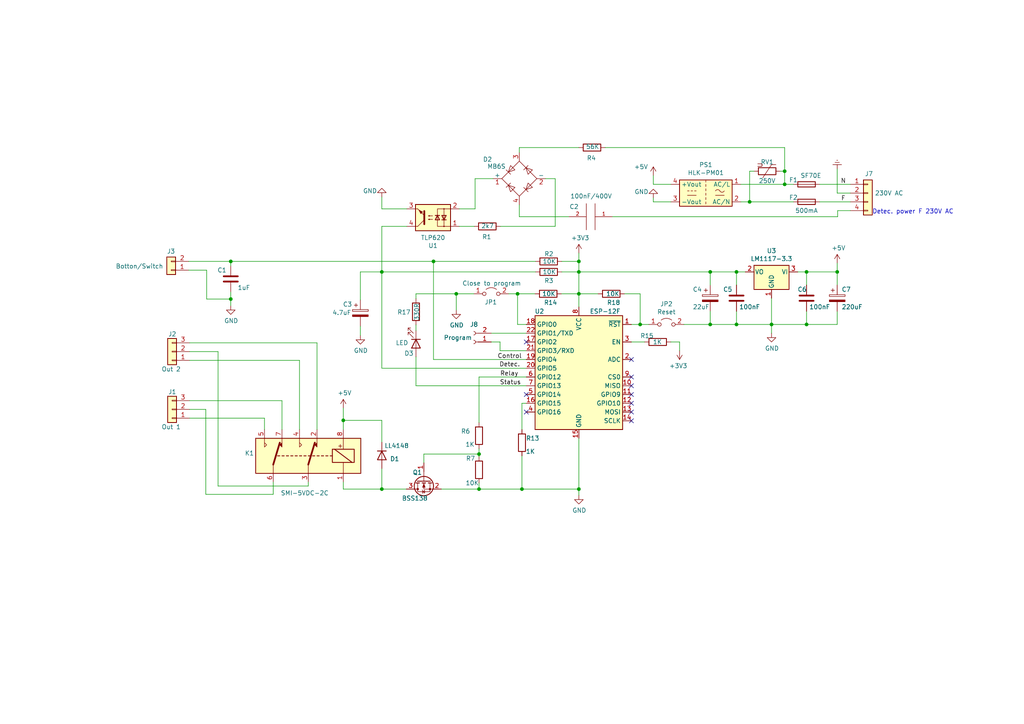
<source format=kicad_sch>
(kicad_sch (version 20200714) (host eeschema "5.99.0-unknown-a61ea1f~102~ubuntu18.04.1")
  (page 1 1)
  (paper "A4")
  (title_block (title "switch") (date "2020-07-29") (company "Radioelf"))
  (lib_symbols
    (symbol "Connector:Conn_01x02_Female" (pin_names hide)
      (property "Reference" "J" (at 0 2.54 0))
      (property "Value" "Conn_01x02_Female" (at 0 -5.08 0))
      (symbol "Conn_01x02_Female_1_1"
        (arc (start 0 -2.032) (end 0 -3.048) (radius (at 0 -2.54) (length 0.508) (angles 90.1 -90.1)))
        (arc (start 0 0.508) (end 0 -0.508) (radius (at 0 0) (length 0.508) (angles 90.1 -90.1)))
        (polyline (pts (xy -1.27 -2.54) (xy -0.508 -2.54)))
        (polyline (pts (xy -1.27 0) (xy -0.508 0)))
        (pin passive line (at -5.08 0 0) (length 3.81) (name "Pin_1") (number "1"))
        (pin passive line (at -5.08 -2.54 0) (length 3.81) (name "Pin_2") (number "2"))
      )
    )
    (symbol "Connector_Generic:Conn_01x02" (pin_names hide)
      (property "Reference" "J" (at 0 2.54 0))
      (property "Value" "Conn_01x02" (at 0 -5.08 0))
      (symbol "Conn_01x02_1_1"
        (rectangle (start -1.27 -2.413) (end 0 -2.667))
        (rectangle (start -1.27 0.127) (end 0 -0.127))
        (rectangle (start -1.27 1.27) (end 1.27 -3.81) (stroke (width 0.254)) (fill (type background)))
        (pin passive line (at -5.08 0 0) (length 3.81) (name "Pin_1") (number "1"))
        (pin passive line (at -5.08 -2.54 0) (length 3.81) (name "Pin_2") (number "2"))
      )
    )
    (symbol "Connector_Generic:Conn_01x03" (pin_names hide)
      (property "Reference" "J" (at 0 5.08 0))
      (property "Value" "Conn_01x03" (at 0 -5.08 0))
      (symbol "Conn_01x03_1_1"
        (rectangle (start -1.27 -2.413) (end 0 -2.667))
        (rectangle (start -1.27 2.667) (end 0 2.413))
        (rectangle (start -1.27 3.81) (end 1.27 -3.81) (stroke (width 0.254)) (fill (type background)))
        (rectangle (start -1.27 0.127) (end 0 -0.127))
        (pin passive line (at -5.08 2.54 0) (length 3.81) (name "Pin_1") (number "1"))
        (pin passive line (at -5.08 0 0) (length 3.81) (name "Pin_2") (number "2"))
        (pin passive line (at -5.08 -2.54 0) (length 3.81) (name "Pin_3") (number "3"))
      )
    )
    (symbol "Connector_Generic:Conn_01x04" (pin_names hide)
      (property "Reference" "J" (at 0 5.08 0))
      (property "Value" "Conn_01x04" (at 0 -7.62 0))
      (symbol "Conn_01x04_1_1"
        (rectangle (start -1.27 -4.953) (end 0 -5.207))
        (rectangle (start -1.27 -2.413) (end 0 -2.667))
        (rectangle (start -1.27 2.667) (end 0 2.413))
        (rectangle (start -1.27 3.81) (end 1.27 -6.35) (stroke (width 0.254)) (fill (type background)))
        (rectangle (start -1.27 0.127) (end 0 -0.127))
        (pin passive line (at -5.08 2.54 0) (length 3.81) (name "Pin_1") (number "1"))
        (pin passive line (at -5.08 0 0) (length 3.81) (name "Pin_2") (number "2"))
        (pin passive line (at -5.08 -2.54 0) (length 3.81) (name "Pin_3") (number "3"))
        (pin passive line (at -5.08 -5.08 0) (length 3.81) (name "Pin_4") (number "4"))
      )
    )
    (symbol "Converter_ACDC:HLK-PM01" (pin_names (offset 0.508))
      (property "Reference" "PS" (at 0 5.08 0))
      (property "Value" "HLK-PM01" (at 0 -5.08 0))
      (symbol "HLK-PM01_0_1"
        (arc (start -5.334 0.635) (end -4.064 0.635) (radius (at -4.699 0.9652) (length 0.7112) (angles -152.5 -27.5)))
        (arc (start -2.794 0.635) (end -4.064 0.635) (radius (at -3.429 0.2794) (length 0.7366) (angles 29.2 150.8)))
        (rectangle (start -7.62 3.81) (end 7.62 -3.81) (stroke (width 0.254)) (fill (type background)))
        (polyline (pts (xy -5.334 -0.635) (xy -2.794 -0.635)))
        (polyline (pts (xy 0 -2.54) (xy 0 -3.175)))
        (polyline (pts (xy 0 -1.27) (xy 0 -1.905)))
        (polyline (pts (xy 0 0) (xy 0 -0.635)))
        (polyline (pts (xy 0 1.27) (xy 0 0.635)))
        (polyline (pts (xy 0 2.54) (xy 0 1.905)))
        (polyline (pts (xy 0 3.81) (xy 0 3.175)))
        (polyline (pts (xy 2.794 -0.635) (xy 5.334 -0.635)))
        (polyline (pts (xy 2.794 0.635) (xy 3.302 0.635)))
        (polyline (pts (xy 3.81 0.635) (xy 4.318 0.635)))
        (polyline (pts (xy 4.826 0.635) (xy 5.334 0.635)))
      )
      (symbol "HLK-PM01_1_1"
        (pin power_in line (at -10.16 2.54 0) (length 2.54) (name "AC/L") (number "1"))
        (pin power_in line (at -10.16 -2.54 0) (length 2.54) (name "AC/N") (number "2"))
        (pin power_out line (at 10.16 -2.54 180) (length 2.54) (name "-Vout") (number "3"))
        (pin power_out line (at 10.16 2.54 180) (length 2.54) (name "+Vout") (number "4"))
      )
    )
    (symbol "Device:C" (pin_numbers hide) (pin_names (offset 0.254))
      (property "Reference" "C" (at 0.635 2.54 0))
      (property "Value" "C" (at 0.635 -2.54 0))
      (symbol "C_0_1"
        (polyline (pts (xy -2.032 -0.762) (xy 2.032 -0.762)) (stroke (width 0.508)))
        (polyline (pts (xy -2.032 0.762) (xy 2.032 0.762)) (stroke (width 0.508)))
      )
      (symbol "C_1_1"
        (pin passive line (at 0 3.81 270) (length 2.794) (name "~") (number "1"))
        (pin passive line (at 0 -3.81 90) (length 2.794) (name "~") (number "2"))
      )
    )
    (symbol "Device:CP" (pin_numbers hide) (pin_names (offset 0.254))
      (property "Reference" "C" (at 0.635 2.54 0))
      (property "Value" "CP" (at 0.635 -2.54 0))
      (symbol "CP_0_1"
        (rectangle (start -2.286 0.508) (end 2.286 1.016))
        (rectangle (start 2.286 -0.508) (end -2.286 -1.016) (fill (type outline)))
        (polyline (pts (xy -1.778 2.286) (xy -0.762 2.286)))
        (polyline (pts (xy -1.27 2.794) (xy -1.27 1.778)))
      )
      (symbol "CP_1_1"
        (pin passive line (at 0 3.81 270) (length 2.794) (name "~") (number "1"))
        (pin passive line (at 0 -3.81 90) (length 2.794) (name "~") (number "2"))
      )
    )
    (symbol "Device:CP_1" (pin_numbers hide) (pin_names (offset 0.254))
      (property "Reference" "C" (at 0.635 2.54 0))
      (property "Value" "CP" (at 0.635 -2.54 0))
      (symbol "CP_1_0_1"
        (rectangle (start -2.286 0.508) (end 2.286 1.016))
        (rectangle (start 2.286 -0.508) (end -2.286 -1.016) (fill (type outline)))
        (polyline (pts (xy -1.778 2.286) (xy -0.762 2.286)))
        (polyline (pts (xy -1.27 2.794) (xy -1.27 1.778)))
      )
      (symbol "CP_1_1_1"
        (pin passive line (at 0 3.81 270) (length 2.794) (name "~") (number "1"))
        (pin passive line (at 0 -3.81 90) (length 2.794) (name "~") (number "2"))
      )
    )
    (symbol "Device:Fuse" (pin_numbers hide) (pin_names (offset 0))
      (property "Reference" "F" (at 2.032 0 90))
      (property "Value" "Fuse" (at -1.905 0 90))
      (symbol "Fuse_0_1"
        (rectangle (start -0.762 -2.54) (end 0.762 2.54) (stroke (width 0.254)))
        (polyline (pts (xy 0 2.54) (xy 0 -2.54)))
      )
      (symbol "Fuse_1_1"
        (pin passive line (at 0 3.81 270) (length 1.27) (name "~") (number "1"))
        (pin passive line (at 0 -3.81 90) (length 1.27) (name "~") (number "2"))
      )
    )
    (symbol "Device:Fuse_1" (pin_numbers hide) (pin_names (offset 0))
      (property "Reference" "F" (at 2.032 0 90))
      (property "Value" "Fuse" (at -1.905 0 90))
      (symbol "Fuse_1_0_1"
        (rectangle (start -0.762 -2.54) (end 0.762 2.54) (stroke (width 0.254)))
        (polyline (pts (xy 0 2.54) (xy 0 -2.54)))
      )
      (symbol "Fuse_1_1_1"
        (pin passive line (at 0 3.81 270) (length 1.27) (name "~") (number "1"))
        (pin passive line (at 0 -3.81 90) (length 1.27) (name "~") (number "2"))
      )
    )
    (symbol "Device:LED" (pin_numbers hide) (pin_names hide)
      (property "Reference" "D" (at 0 2.54 0))
      (property "Value" "LED" (at 0 -2.54 0))
      (symbol "LED_0_1"
        (polyline (pts (xy -1.27 -1.27) (xy -1.27 1.27)) (stroke (width 0.254)))
        (polyline (pts (xy -1.27 0) (xy 1.27 0)))
        (polyline (pts (xy 1.27 -1.27) (xy 1.27 1.27) (xy -1.27 0) (xy 1.27 -1.27)) (stroke (width 0.254)))
        (polyline (pts (xy -3.048 -0.762) (xy -4.572 -2.286) (xy -3.81 -2.286) (xy -4.572 -2.286) (xy -4.572 -1.524)))
        (polyline (pts (xy -1.778 -0.762) (xy -3.302 -2.286) (xy -2.54 -2.286) (xy -3.302 -2.286) (xy -3.302 -1.524)))
      )
      (symbol "LED_1_1"
        (pin passive line (at -3.81 0 0) (length 2.54) (name "K") (number "1"))
        (pin passive line (at 3.81 0 180) (length 2.54) (name "A") (number "2"))
      )
    )
    (symbol "Device:R" (pin_numbers hide) (pin_names (offset 0))
      (property "Reference" "R" (at 2.032 0 90))
      (property "Value" "R" (at 0 0 90))
      (symbol "R_0_1"
        (rectangle (start -1.016 -2.54) (end 1.016 2.54) (stroke (width 0.254)))
      )
      (symbol "R_1_1"
        (pin passive line (at 0 3.81 270) (length 1.27) (name "~") (number "1"))
        (pin passive line (at 0 -3.81 90) (length 1.27) (name "~") (number "2"))
      )
    )
    (symbol "Device:Varistor" (pin_numbers hide) (pin_names (offset 0))
      (property "Reference" "RV" (at 3.175 0 90))
      (property "Value" "Varistor" (at -3.175 0 90))
      (symbol "Varistor_0_0"
        (text "U" (at -1.778 -2.032 0) (effects (font (size 1.27 1.27))))
      )
      (symbol "Varistor_0_1"
        (rectangle (start -1.016 -2.54) (end 1.016 2.54) (stroke (width 0.254)))
        (polyline (pts (xy -1.905 2.54) (xy -1.905 1.27) (xy 1.905 -1.27)))
      )
      (symbol "Varistor_1_1"
        (pin passive line (at 0 3.81 270) (length 1.27) (name "~") (number "1"))
        (pin passive line (at 0 -3.81 90) (length 1.27) (name "~") (number "2"))
      )
    )
    (symbol "Diode:LL4148" (pin_numbers hide) (pin_names hide)
      (property "Reference" "D" (at 0 2.54 0))
      (property "Value" "LL4148" (at 0 -2.54 0))
      (symbol "LL4148_0_1"
        (polyline (pts (xy -1.27 1.27) (xy -1.27 -1.27)) (stroke (width 0.254)))
        (polyline (pts (xy 1.27 0) (xy -1.27 0)))
        (polyline (pts (xy 1.27 1.27) (xy 1.27 -1.27) (xy -1.27 0) (xy 1.27 1.27)) (stroke (width 0.254)))
      )
      (symbol "LL4148_1_1"
        (pin passive line (at -3.81 0 0) (length 2.54) (name "K") (number "1"))
        (pin passive line (at 3.81 0 180) (length 2.54) (name "A") (number "2"))
      )
    )
    (symbol "Diode_Bridge:ABS10" (pin_names (offset 0))
      (property "Reference" "D" (at 2.54 6.985 0))
      (property "Value" "ABS10" (at 2.54 5.08 0))
      (symbol "ABS10_0_1"
        (polyline (pts (xy -2.54 3.81) (xy -1.27 2.54)))
        (polyline (pts (xy -1.27 -2.54) (xy -2.54 -3.81)))
        (polyline (pts (xy 2.54 -1.27) (xy 3.81 -2.54)))
        (polyline (pts (xy 2.54 1.27) (xy 3.81 2.54)))
        (polyline (pts (xy -3.81 2.54) (xy -2.54 1.27) (xy -1.905 3.175) (xy -3.81 2.54)))
        (polyline (pts (xy -2.54 -1.27) (xy -3.81 -2.54) (xy -1.905 -3.175) (xy -2.54 -1.27)))
        (polyline (pts (xy 1.27 2.54) (xy 2.54 3.81) (xy 3.175 1.905) (xy 1.27 2.54)))
        (polyline (pts (xy 3.175 -1.905) (xy 1.27 -2.54) (xy 2.54 -3.81) (xy 3.175 -1.905)))
        (polyline (pts (xy -5.08 0) (xy 0 -5.08) (xy 5.08 0) (xy 0 5.08) (xy -5.08 0)))
      )
      (symbol "ABS10_1_1"
        (pin passive line (at 7.62 0 180) (length 2.54) (name "+") (number "1"))
        (pin passive line (at -7.62 0 0) (length 2.54) (name "-") (number "2"))
        (pin passive line (at 0 -7.62 90) (length 2.54) (name "~~") (number "3"))
        (pin passive line (at 0 7.62 270) (length 2.54) (name "~~") (number "4"))
      )
    )
    (symbol "Isolator:TLP290"
      (property "Reference" "U" (at -5.08 5.08 0))
      (property "Value" "TLP290" (at 0 5.08 0))
      (symbol "TLP290_0_1"
        (circle (center -3.175 -2.54) (radius 0.127))
        (circle (center -3.175 2.54) (radius 0.127))
        (rectangle (start -5.08 3.81) (end 5.08 -3.81) (stroke (width 0.254)) (fill (type background)))
        (polyline (pts (xy -3.81 0.635) (xy -2.54 0.635)) (stroke (width 0.254)))
        (polyline (pts (xy -3.175 -0.635) (xy -3.175 -2.54)))
        (polyline (pts (xy -3.175 -0.635) (xy -3.175 2.54)))
        (polyline (pts (xy -1.905 -0.635) (xy -0.635 -0.635)) (stroke (width 0.254)))
        (polyline (pts (xy 2.54 0.635) (xy 4.445 2.54)))
        (polyline (pts (xy 4.445 -2.54) (xy 2.54 -0.635)) (fill (type outline)))
        (polyline (pts (xy 4.445 -2.54) (xy 5.08 -2.54)))
        (polyline (pts (xy 4.445 2.54) (xy 5.08 2.54)))
        (polyline (pts (xy -5.08 2.54) (xy -1.27 2.54) (xy -1.27 -0.635)))
        (polyline (pts (xy -1.27 -0.635) (xy -1.27 -2.54) (xy -5.08 -2.54)))
        (polyline (pts (xy 2.54 1.905) (xy 2.54 -1.905) (xy 2.54 -1.905)) (stroke (width 0.508)))
        (polyline (pts (xy -3.175 0.635) (xy -3.81 -0.635) (xy -2.54 -0.635) (xy -3.175 0.635)) (stroke (width 0.254)))
        (polyline (pts (xy -1.27 -0.635) (xy -1.905 0.635) (xy -0.635 0.635) (xy -1.27 -0.635)) (stroke (width 0.254)))
        (polyline (pts (xy 0.127 -0.508) (xy 1.397 -0.508) (xy 1.016 -0.635) (xy 1.016 -0.381) (xy 1.397 -0.508)))
        (polyline (pts (xy 0.127 0.508) (xy 1.397 0.508) (xy 1.016 0.381) (xy 1.016 0.635) (xy 1.397 0.508)))
        (polyline (pts (xy 3.048 -1.651) (xy 3.556 -1.143) (xy 4.064 -2.159) (xy 3.048 -1.651) (xy 3.048 -1.651)) (fill (type outline)))
      )
      (symbol "TLP290_1_1"
        (pin passive line (at -7.62 2.54 0) (length 2.54) (name "~") (number "1"))
        (pin passive line (at -7.62 -2.54 0) (length 2.54) (name "~") (number "2"))
        (pin passive line (at 7.62 -2.54 180) (length 2.54) (name "~") (number "3"))
        (pin passive line (at 7.62 2.54 180) (length 2.54) (name "~") (number "4"))
      )
    )
    (symbol "Jumper:Jumper_2_Open" (pin_names (offset 0) hide)
      (property "Reference" "JP" (at 0 2.794 0))
      (property "Value" "Jumper_2_Open" (at 0 -2.286 0))
      (symbol "Jumper_2_Open_0_1"
        (arc (start -1.524 1.27) (end 1.524 1.27) (radius (at 0 -0.762) (length 2.54) (angles 126.9 53.1)))
      )
      (symbol "Jumper_2_Open_0_0"
        (circle (center -2.032 0) (radius 0.508))
        (circle (center 2.032 0) (radius 0.508))
      )
      (symbol "Jumper_2_Open_1_1"
        (pin passive line (at -5.08 0 0) (length 2.54) (name "A") (number "1"))
        (pin passive line (at 5.08 0 180) (length 2.54) (name "B") (number "2"))
      )
    )
    (symbol "RF_Module:ESP-12F" (pin_names (offset 0.508))
      (property "Reference" "U" (at -12.7 19.05 0))
      (property "Value" "ESP-12F" (at 12.7 19.05 0))
      (symbol "ESP-12F_0_1"
        (rectangle (start -12.7 17.78) (end 12.7 -15.24) (stroke (width 0.254)) (fill (type background)))
      )
      (symbol "ESP-12F_1_1"
        (pin input line (at -15.24 15.24 0) (length 2.54) (name "~RST") (number "1"))
        (pin bidirectional line (at -15.24 -2.54 0) (length 2.54) (name "MISO") (number "10"))
        (pin bidirectional line (at -15.24 -5.08 0) (length 2.54) (name "GPIO9") (number "11"))
        (pin bidirectional line (at -15.24 -7.62 0) (length 2.54) (name "GPIO10") (number "12"))
        (pin bidirectional line (at -15.24 -10.16 0) (length 2.54) (name "MOSI") (number "13"))
        (pin bidirectional line (at -15.24 -12.7 0) (length 2.54) (name "SCLK") (number "14"))
        (pin power_in line (at 0 -17.78 90) (length 2.54) (name "GND") (number "15"))
        (pin bidirectional line (at 15.24 -7.62 180) (length 2.54) (name "GPIO15") (number "16"))
        (pin bidirectional line (at 15.24 10.16 180) (length 2.54) (name "GPIO2") (number "17"))
        (pin bidirectional line (at 15.24 15.24 180) (length 2.54) (name "GPIO0") (number "18"))
        (pin bidirectional line (at 15.24 5.08 180) (length 2.54) (name "GPIO4") (number "19"))
        (pin input line (at -15.24 5.08 0) (length 2.54) (name "ADC") (number "2"))
        (pin bidirectional line (at 15.24 2.54 180) (length 2.54) (name "GPIO5") (number "20"))
        (pin bidirectional line (at 15.24 7.62 180) (length 2.54) (name "GPIO3/RXD") (number "21"))
        (pin bidirectional line (at 15.24 12.7 180) (length 2.54) (name "GPIO1/TXD") (number "22"))
        (pin input line (at -15.24 10.16 0) (length 2.54) (name "EN") (number "3"))
        (pin bidirectional line (at 15.24 -10.16 180) (length 2.54) (name "GPIO16") (number "4"))
        (pin bidirectional line (at 15.24 -5.08 180) (length 2.54) (name "GPIO14") (number "5"))
        (pin bidirectional line (at 15.24 0 180) (length 2.54) (name "GPIO12") (number "6"))
        (pin bidirectional line (at 15.24 -2.54 180) (length 2.54) (name "GPIO13") (number "7"))
        (pin power_in line (at 0 20.32 270) (length 2.54) (name "VCC") (number "8"))
        (pin input line (at -15.24 0 0) (length 2.54) (name "CS0") (number "9"))
      )
    )
    (symbol "Regulator_Linear:LM1117-3.3" (pin_names (offset 0.254))
      (property "Reference" "U" (at -3.81 3.175 0))
      (property "Value" "LM1117-3.3" (at 0 3.175 0))
      (symbol "LM1117-3.3_0_1"
        (rectangle (start -5.08 -5.08) (end 5.08 1.905) (stroke (width 0.254)) (fill (type background)))
      )
      (symbol "LM1117-3.3_1_1"
        (pin power_in line (at 0 -7.62 90) (length 2.54) (name "GND") (number "1"))
        (pin power_out line (at 7.62 0 180) (length 2.54) (name "VO") (number "2"))
        (pin power_in line (at -7.62 0 0) (length 2.54) (name "VI") (number "3"))
      )
    )
    (symbol "Relay:EC2-3NU_mod" (pin_names (offset 0.508))
      (property "Reference" "K" (at 15.24 8.89 0))
      (property "Value" "EC2-3NU_mod" (at 21.5646 6.7056 0))
      (symbol "EC2-3NU_mod_1_1"
        (text "+" (at -9.271 2.921 0) (effects (font (size 1.27 1.27))))
        (rectangle (start -13.335 1.905) (end -6.985 -1.905) (stroke (width 0.254)))
        (rectangle (start -15.24 5.08) (end 15.24 -5.08) (stroke (width 0.254)) (fill (type background)))
        (polyline (pts (xy -12.7 -1.905) (xy -7.62 1.905)) (stroke (width 0.254)))
        (polyline (pts (xy -10.16 -5.08) (xy -10.16 -1.905)))
        (polyline (pts (xy -10.16 5.08) (xy -10.16 1.905)))
        (polyline (pts (xy -6.985 0) (xy -6.35 0)) (stroke (width 0.254)))
        (polyline (pts (xy -5.715 0) (xy -5.08 0)) (stroke (width 0.254)))
        (polyline (pts (xy -4.445 0) (xy -3.81 0)) (stroke (width 0.254)))
        (polyline (pts (xy -3.175 0) (xy -2.54 0)) (stroke (width 0.254)))
        (polyline (pts (xy -1.905 0) (xy -1.27 0)) (stroke (width 0.254)))
        (polyline (pts (xy -0.635 0) (xy 0 0)) (stroke (width 0.254)))
        (polyline (pts (xy 0 -2.54) (xy -1.905 3.81)) (stroke (width 0.508)))
        (polyline (pts (xy 0 -2.54) (xy 0 -5.08)))
        (polyline (pts (xy 0.635 0) (xy 1.27 0)) (stroke (width 0.254)))
        (polyline (pts (xy 1.905 0) (xy 2.54 0)) (stroke (width 0.254)))
        (polyline (pts (xy 3.175 0) (xy 3.81 0)) (stroke (width 0.254)))
        (polyline (pts (xy 4.445 0) (xy 5.08 0)) (stroke (width 0.254)))
        (polyline (pts (xy 5.715 0) (xy 6.35 0)) (stroke (width 0.254)))
        (polyline (pts (xy 6.985 0) (xy 7.62 0)) (stroke (width 0.254)))
        (polyline (pts (xy 8.255 0) (xy 8.89 0)) (stroke (width 0.254)))
        (polyline (pts (xy 10.16 -2.54) (xy 8.255 3.81)) (stroke (width 0.508)))
        (polyline (pts (xy 10.16 -2.54) (xy 10.16 -5.08)))
        (polyline (pts (xy 2.54 5.08) (xy 2.54 2.54) (xy 1.905 3.175) (xy 2.54 3.81)))
        (polyline (pts (xy 12.7 5.08) (xy 12.7 2.54) (xy 12.065 3.175) (xy 12.7 3.81)))
        (polyline (pts (xy -2.54 5.08) (xy -2.54 2.54) (xy -1.905 3.175) (xy -2.54 3.81)) (fill (type outline)))
        (polyline (pts (xy 7.62 5.08) (xy 7.62 2.54) (xy 8.255 3.175) (xy 7.62 3.81)) (fill (type outline)))
        (pin passive line (at -10.16 -7.62 90) (length 2.54) (name "~") (number "1"))
        (pin passive line (at -2.54 7.62 270) (length 2.54) (name "~") (number "2"))
        (pin passive line (at 0 -7.62 90) (length 2.54) (name "~") (number "3"))
        (pin passive line (at 2.54 7.62 270) (length 2.54) (name "~") (number "4"))
        (pin passive line (at 12.7 7.62 270) (length 2.54) (name "~") (number "5"))
        (pin passive line (at 10.16 -7.62 90) (length 2.54) (name "~") (number "6"))
        (pin passive line (at 7.62 7.62 270) (length 2.54) (name "~") (number "7"))
        (pin passive line (at -10.16 7.62 270) (length 2.54) (name "~") (number "8"))
      )
    )
    (symbol "Transistor_FET:2N7002" (pin_names (offset 0.508) hide)
      (property "Reference" "Q" (at 5.08 1.905 0))
      (property "Value" "2N7002" (at 5.08 0 0))
      (symbol "2N7002_0_1"
        (circle (center 1.651 0) (radius 2.794) (stroke (width 0.254)))
        (circle (center 2.54 -1.778) (radius 0.254) (fill (type outline)))
        (circle (center 2.54 1.778) (radius 0.254) (fill (type outline)))
        (polyline (pts (xy 0.254 0) (xy -2.54 0)))
        (polyline (pts (xy 0.254 1.905) (xy 0.254 -1.905)) (stroke (width 0.254)))
        (polyline (pts (xy 0.762 -1.27) (xy 0.762 -2.286)) (stroke (width 0.254)))
        (polyline (pts (xy 0.762 0.508) (xy 0.762 -0.508)) (stroke (width 0.254)))
        (polyline (pts (xy 0.762 2.286) (xy 0.762 1.27)) (stroke (width 0.254)))
        (polyline (pts (xy 2.54 2.54) (xy 2.54 1.778)))
        (polyline (pts (xy 2.54 -2.54) (xy 2.54 0) (xy 0.762 0)))
        (polyline (pts (xy 0.762 -1.778) (xy 3.302 -1.778) (xy 3.302 1.778) (xy 0.762 1.778)))
        (polyline (pts (xy 1.016 0) (xy 2.032 0.381) (xy 2.032 -0.381) (xy 1.016 0)) (fill (type outline)))
        (polyline (pts (xy 2.794 0.508) (xy 2.921 0.381) (xy 3.683 0.381) (xy 3.81 0.254)))
        (polyline (pts (xy 3.302 0.381) (xy 2.921 -0.254) (xy 3.683 -0.254) (xy 3.302 0.381)))
      )
      (symbol "2N7002_1_1"
        (pin input line (at -5.08 0 0) (length 2.54) (name "G") (number "1"))
        (pin passive line (at 2.54 -5.08 90) (length 2.54) (name "S") (number "2"))
        (pin passive line (at 2.54 5.08 270) (length 2.54) (name "D") (number "3"))
      )
    )
    (symbol "power:+3V3" (power) (pin_names (offset 0))
      (property "Value" "+3V3" (at 0 3.556 0))
      (symbol "+3V3_0_1"
        (polyline (pts (xy -0.762 1.27) (xy 0 2.54)))
        (polyline (pts (xy 0 0) (xy 0 2.54)))
        (polyline (pts (xy 0 2.54) (xy 0.762 1.27)))
      )
      (symbol "+3V3_1_1"
        (pin power_in line (at 0 0 90) (length 0) hide (name "+3V3") (number "1"))
      )
    )
    (symbol "power:+5V" (power) (pin_names (offset 0))
      (property "Value" "+5V" (at 0 3.556 0))
      (symbol "+5V_0_1"
        (polyline (pts (xy -0.762 1.27) (xy 0 2.54)))
        (polyline (pts (xy 0 0) (xy 0 2.54)))
        (polyline (pts (xy 0 2.54) (xy 0.762 1.27)))
      )
      (symbol "+5V_1_1"
        (pin power_in line (at 0 0 90) (length 0) hide (name "+5V") (number "1"))
      )
    )
    (symbol "power:Earth" (power) (pin_names (offset 0))
      (symbol "Earth_0_1"
        (polyline (pts (xy -0.635 -1.905) (xy 0.635 -1.905)))
        (polyline (pts (xy -0.127 -2.54) (xy 0.127 -2.54)))
        (polyline (pts (xy 0 -1.27) (xy 0 0)))
        (polyline (pts (xy 1.27 -1.27) (xy -1.27 -1.27)))
      )
      (symbol "Earth_1_1"
        (pin power_in line (at 0 0 270) (length 0) hide (name "Earth") (number "1"))
      )
    )
    (symbol "power:GND" (power) (pin_names (offset 0))
      (property "Value" "GND" (at 0 -3.81 0))
      (symbol "GND_0_1"
        (polyline (pts (xy 0 0) (xy 0 -1.27) (xy 1.27 -1.27) (xy 0 -2.54) (xy -1.27 -1.27) (xy 0 -1.27)))
      )
      (symbol "GND_1_1"
        (pin power_in line (at 0 0 270) (length 0) hide (name "GND") (number "1"))
      )
    )
    (symbol "pspice:CAP" (pin_names (offset 0.254))
      (property "Reference" "C" (at 2.54 3.81 90))
      (property "Value" "CAP" (at 2.54 -3.81 90))
      (symbol "CAP_0_1"
        (polyline (pts (xy -3.81 -1.27) (xy 3.81 -1.27)))
        (polyline (pts (xy -3.81 1.27) (xy 3.81 1.27)))
      )
      (symbol "CAP_1_1"
        (pin passive line (at 0 6.35 270) (length 5.08) (name "~") (number "1"))
        (pin passive line (at 0 -6.35 90) (length 5.08) (name "~") (number "2"))
      )
    )
  )
  (junction (at 66.929 75.819))
  (junction (at 66.929 86.741))
  (junction (at 99.568 121.92))
  (junction (at 110.744 78.867))
  (junction (at 110.744 141.859))
  (junction (at 125.73 75.819))
  (junction (at 132.334 85.217))
  (junction (at 138.938 131.699))
  (junction (at 138.938 141.859))
  (junction (at 150.114 85.217))
  (junction (at 151.384 141.859))
  (junction (at 167.894 75.819))
  (junction (at 167.894 78.867))
  (junction (at 167.894 85.217))
  (junction (at 167.894 141.859))
  (junction (at 185.674 94.107))
  (junction (at 205.994 78.867))
  (junction (at 205.994 94.107))
  (junction (at 213.614 78.867))
  (junction (at 213.614 94.107))
  (junction (at 217.424 58.547))
  (junction (at 223.774 94.107))
  (junction (at 227.584 49.657))
  (junction (at 227.584 53.467))
  (junction (at 233.934 78.867))
  (junction (at 233.934 94.107))
  (junction (at 242.824 78.867))
  (no_connect (at 152.654 114.427))
  (no_connect (at 183.134 109.347))
  (no_connect (at 183.134 116.967))
  (no_connect (at 183.134 122.047))
  (no_connect (at 183.134 114.427))
  (no_connect (at 183.134 119.507))
  (no_connect (at 183.134 104.267))
  (no_connect (at 183.134 111.887))
  (no_connect (at 152.654 119.507))
  (no_connect (at 152.654 99.187))
  (wire (pts (xy 54.737 75.819) (xy 66.929 75.819)))
  (wire (pts (xy 54.737 78.359) (xy 59.944 78.359)))
  (wire (pts (xy 54.991 101.981) (xy 63.246 101.981)))
  (wire (pts (xy 54.991 104.521) (xy 86.868 104.521)))
  (wire (pts (xy 54.991 121.285) (xy 76.708 121.285)))
  (wire (pts (xy 59.69 118.745) (xy 54.991 118.745)))
  (wire (pts (xy 59.69 143.383) (xy 59.69 118.745)))
  (wire (pts (xy 59.944 78.359) (xy 59.944 86.741)))
  (wire (pts (xy 59.944 86.741) (xy 66.929 86.741)))
  (wire (pts (xy 63.246 101.981) (xy 63.246 140.97)))
  (wire (pts (xy 63.246 140.97) (xy 89.408 140.97)))
  (wire (pts (xy 66.929 75.819) (xy 66.929 77.089)))
  (wire (pts (xy 66.929 75.819) (xy 125.73 75.819)))
  (wire (pts (xy 66.929 84.709) (xy 66.929 86.741)))
  (wire (pts (xy 66.929 86.741) (xy 66.929 88.646)))
  (wire (pts (xy 76.708 121.285) (xy 76.708 124.587)))
  (wire (pts (xy 79.248 139.827) (xy 79.248 143.383)))
  (wire (pts (xy 79.248 143.383) (xy 59.69 143.383)))
  (wire (pts (xy 81.788 116.205) (xy 54.991 116.205)))
  (wire (pts (xy 81.788 124.587) (xy 81.788 116.205)))
  (wire (pts (xy 86.868 104.521) (xy 86.868 124.587)))
  (wire (pts (xy 89.408 140.97) (xy 89.408 139.827)))
  (wire (pts (xy 91.948 99.441) (xy 54.991 99.441)))
  (wire (pts (xy 91.948 124.587) (xy 91.948 99.441)))
  (wire (pts (xy 99.568 118.364) (xy 99.568 121.92)))
  (wire (pts (xy 99.568 121.92) (xy 99.568 124.587)))
  (wire (pts (xy 99.568 141.859) (xy 99.568 139.827)))
  (wire (pts (xy 99.568 141.859) (xy 110.744 141.859)))
  (wire (pts (xy 104.521 78.867) (xy 104.521 86.995)))
  (wire (pts (xy 104.521 94.615) (xy 104.521 97.282)))
  (wire (pts (xy 110.744 60.579) (xy 110.744 57.15)))
  (wire (pts (xy 110.744 65.659) (xy 117.983 65.659)))
  (wire (pts (xy 110.744 78.867) (xy 104.521 78.867)))
  (wire (pts (xy 110.744 78.867) (xy 110.744 65.659)))
  (wire (pts (xy 110.744 78.867) (xy 155.321 78.867)))
  (wire (pts (xy 110.744 106.807) (xy 110.744 78.867)))
  (wire (pts (xy 110.744 106.807) (xy 152.654 106.807)))
  (wire (pts (xy 110.744 121.92) (xy 99.568 121.92)))
  (wire (pts (xy 110.744 128.27) (xy 110.744 121.92)))
  (wire (pts (xy 110.744 135.89) (xy 110.744 141.859)))
  (wire (pts (xy 110.744 141.859) (xy 117.856 141.859)))
  (wire (pts (xy 117.983 60.579) (xy 110.744 60.579)))
  (wire (pts (xy 120.65 85.217) (xy 120.65 86.614)))
  (wire (pts (xy 120.65 85.217) (xy 132.334 85.217)))
  (wire (pts (xy 120.65 94.234) (xy 120.65 95.885)))
  (wire (pts (xy 120.65 103.505) (xy 120.65 111.887)))
  (wire (pts (xy 122.936 131.699) (xy 122.936 134.239)))
  (wire (pts (xy 122.936 131.699) (xy 138.938 131.699)))
  (wire (pts (xy 125.73 75.819) (xy 155.321 75.819)))
  (wire (pts (xy 125.73 104.267) (xy 125.73 75.819)))
  (wire (pts (xy 132.334 85.217) (xy 132.334 89.916)))
  (wire (pts (xy 133.223 60.579) (xy 137.795 60.579)))
  (wire (pts (xy 137.414 85.217) (xy 132.334 85.217)))
  (wire (pts (xy 137.541 65.659) (xy 133.223 65.659)))
  (wire (pts (xy 137.795 51.816) (xy 143.002 51.816)))
  (wire (pts (xy 137.795 60.579) (xy 137.795 51.816)))
  (wire (pts (xy 138.938 109.347) (xy 138.938 122.555)))
  (wire (pts (xy 138.938 109.347) (xy 152.654 109.347)))
  (wire (pts (xy 138.938 130.175) (xy 138.938 131.699)))
  (wire (pts (xy 138.938 132.461) (xy 138.938 131.699)))
  (wire (pts (xy 138.938 140.081) (xy 138.938 141.859)))
  (wire (pts (xy 138.938 141.859) (xy 128.016 141.859)))
  (wire (pts (xy 138.938 141.859) (xy 151.384 141.859)))
  (wire (pts (xy 142.494 96.647) (xy 152.654 96.647)))
  (wire (pts (xy 142.494 99.187) (xy 145.034 99.187)))
  (wire (pts (xy 145.034 99.187) (xy 145.034 101.727)))
  (wire (pts (xy 145.034 101.727) (xy 152.654 101.727)))
  (wire (pts (xy 145.161 65.659) (xy 161.036 65.659)))
  (wire (pts (xy 147.574 85.217) (xy 150.114 85.217)))
  (wire (pts (xy 150.114 85.217) (xy 155.194 85.217)))
  (wire (pts (xy 150.114 94.107) (xy 150.114 85.217)))
  (wire (pts (xy 150.622 42.799) (xy 150.622 44.196)))
  (wire (pts (xy 150.622 59.436) (xy 150.622 62.865)))
  (wire (pts (xy 151.384 116.967) (xy 151.384 124.587)))
  (wire (pts (xy 151.384 132.207) (xy 151.384 141.859)))
  (wire (pts (xy 151.384 141.859) (xy 167.894 141.859)))
  (wire (pts (xy 152.654 94.107) (xy 150.114 94.107)))
  (wire (pts (xy 152.654 104.267) (xy 125.73 104.267)))
  (wire (pts (xy 152.654 111.887) (xy 120.65 111.887)))
  (wire (pts (xy 152.654 116.967) (xy 151.384 116.967)))
  (wire (pts (xy 161.036 51.816) (xy 158.242 51.816)))
  (wire (pts (xy 161.036 65.659) (xy 161.036 51.816)))
  (wire (pts (xy 162.814 85.217) (xy 167.894 85.217)))
  (wire (pts (xy 162.941 75.819) (xy 167.894 75.819)))
  (wire (pts (xy 162.941 78.867) (xy 167.894 78.867)))
  (wire (pts (xy 164.973 62.865) (xy 150.622 62.865)))
  (wire (pts (xy 167.894 42.799) (xy 150.622 42.799)))
  (wire (pts (xy 167.894 73.406) (xy 167.894 75.819)))
  (wire (pts (xy 167.894 75.819) (xy 167.894 78.867)))
  (wire (pts (xy 167.894 78.867) (xy 167.894 85.217)))
  (wire (pts (xy 167.894 78.867) (xy 205.994 78.867)))
  (wire (pts (xy 167.894 85.217) (xy 167.894 89.027)))
  (wire (pts (xy 167.894 85.217) (xy 173.482 85.217)))
  (wire (pts (xy 167.894 127.127) (xy 167.894 141.859)))
  (wire (pts (xy 167.894 141.859) (xy 167.894 143.637)))
  (wire (pts (xy 175.514 42.799) (xy 227.584 42.799)))
  (wire (pts (xy 177.673 62.865) (xy 242.951 62.865)))
  (wire (pts (xy 181.102 85.217) (xy 185.674 85.217)))
  (wire (pts (xy 183.134 94.107) (xy 185.674 94.107)))
  (wire (pts (xy 183.134 99.187) (xy 186.944 99.187)))
  (wire (pts (xy 185.674 85.217) (xy 185.674 94.107)))
  (wire (pts (xy 185.674 94.107) (xy 188.214 94.107)))
  (wire (pts (xy 189.484 50.927) (xy 189.484 53.467)))
  (wire (pts (xy 189.484 57.404) (xy 189.484 58.547)))
  (wire (pts (xy 189.484 58.547) (xy 194.564 58.547)))
  (wire (pts (xy 194.564 53.467) (xy 189.484 53.467)))
  (wire (pts (xy 194.564 99.187) (xy 197.104 99.187)))
  (wire (pts (xy 197.104 99.187) (xy 197.104 101.727)))
  (wire (pts (xy 198.374 94.107) (xy 205.994 94.107)))
  (wire (pts (xy 205.994 78.867) (xy 205.994 82.677)))
  (wire (pts (xy 205.994 94.107) (xy 205.994 90.297)))
  (wire (pts (xy 205.994 94.107) (xy 213.614 94.107)))
  (wire (pts (xy 213.614 78.867) (xy 205.994 78.867)))
  (wire (pts (xy 213.614 78.867) (xy 213.614 82.677)))
  (wire (pts (xy 213.614 90.297) (xy 213.614 94.107)))
  (wire (pts (xy 213.614 94.107) (xy 223.774 94.107)))
  (wire (pts (xy 214.884 53.467) (xy 227.584 53.467)))
  (wire (pts (xy 214.884 58.547) (xy 217.424 58.547)))
  (wire (pts (xy 216.154 78.867) (xy 213.614 78.867)))
  (wire (pts (xy 217.424 49.657) (xy 217.424 58.547)))
  (wire (pts (xy 217.424 58.547) (xy 230.124 58.547)))
  (wire (pts (xy 218.694 49.657) (xy 217.424 49.657)))
  (wire (pts (xy 223.774 94.107) (xy 223.774 86.487)))
  (wire (pts (xy 223.774 94.107) (xy 223.774 96.647)))
  (wire (pts (xy 226.314 49.657) (xy 227.584 49.657)))
  (wire (pts (xy 227.584 42.799) (xy 227.584 49.657)))
  (wire (pts (xy 227.584 49.657) (xy 227.584 53.467)))
  (wire (pts (xy 227.584 53.467) (xy 230.124 53.467)))
  (wire (pts (xy 231.394 78.867) (xy 233.934 78.867)))
  (wire (pts (xy 233.934 78.867) (xy 233.934 82.677)))
  (wire (pts (xy 233.934 78.867) (xy 242.824 78.867)))
  (wire (pts (xy 233.934 90.297) (xy 233.934 94.107)))
  (wire (pts (xy 233.934 94.107) (xy 223.774 94.107)))
  (wire (pts (xy 237.744 53.467) (xy 246.634 53.467)))
  (wire (pts (xy 237.744 58.547) (xy 246.634 58.547)))
  (wire (pts (xy 242.824 49.022) (xy 242.824 56.007)))
  (wire (pts (xy 242.824 76.327) (xy 242.824 78.867)))
  (wire (pts (xy 242.824 78.867) (xy 242.824 82.677)))
  (wire (pts (xy 242.824 90.297) (xy 242.824 94.107)))
  (wire (pts (xy 242.824 94.107) (xy 233.934 94.107)))
  (wire (pts (xy 242.951 61.087) (xy 246.634 61.087)))
  (wire (pts (xy 242.951 62.865) (xy 242.951 61.087)))
  (wire (pts (xy 246.634 56.007) (xy 242.824 56.007)))
  (text "Detec. power F 230V AC" (at 276.606 62.23 180) (effects (font (size 1.27 1.27)) (justify right bottom)))
  (label "Relay" (at 145.034 109.347 0))
  (label "Detec." (at 150.876 106.68 180))
  (label "Status" (at 151.13 111.887 180))
  (label "Control" (at 151.384 104.267 180))
  (label "F" (at 245.237 58.547 180))
  (label "N" (at 245.364 53.467 180))
  (symbol (lib_id "power:+5V") (at 99.568 118.364 0) (unit 1)
    (property "Reference" "#PWR0115" (effects hide))
    (property "Value" "+5V" (at 99.949 113.9698 0))
  )
  (symbol (lib_id "power:+3V3") (at 167.894 73.406 0) (unit 1)
    (property "Reference" "#PWR0112" (effects hide))
    (property "Value" "+3V3" (at 168.275 69.0118 0))
  )
  (symbol (lib_id "power:+5V") (at 189.484 50.927 0) (unit 1)
    (property "Reference" "#PWR0104" (effects hide))
    (property "Value" "+5V" (at 185.928 48.387 0))
  )
  (symbol (lib_id "power:+3V3") (at 197.104 101.727 180) (unit 1)
    (property "Reference" "#PWR0108" (effects hide))
    (property "Value" "+3V3" (at 196.723 106.1212 0))
  )
  (symbol (lib_id "power:+5V") (at 242.824 76.327 0) (unit 1)
    (property "Reference" "#PWR0102" (effects hide))
    (property "Value" "+5V" (at 243.205 71.9328 0))
  )
  (symbol (lib_id "power:GND") (at 66.929 88.646 0) (unit 1)
    (property "Reference" "#PWR0110" (effects hide))
    (property "Value" "GND" (at 67.056 93.0402 0))
  )
  (symbol (lib_id "power:GND") (at 104.521 97.282 0) (unit 1)
    (property "Reference" "#PWR0111" (effects hide))
    (property "Value" "GND" (at 104.648 101.6762 0))
  )
  (symbol (lib_id "power:GND") (at 110.744 57.15 180) (unit 1)
    (property "Reference" "#PWR0106" (effects hide))
    (property "Value" "GND" (at 107.315 55.372 0))
  )
  (symbol (lib_id "power:GND") (at 132.334 89.916 0) (unit 1)
    (property "Reference" "#PWR0101" (effects hide))
    (property "Value" "GND" (at 132.461 94.3102 0))
  )
  (symbol (lib_id "power:GND") (at 167.894 143.637 0) (unit 1)
    (property "Reference" "#PWR0107" (effects hide))
    (property "Value" "GND" (at 168.021 148.0312 0))
  )
  (symbol (lib_id "power:GND") (at 189.484 57.404 180) (unit 1)
    (property "Reference" "#PWR0105" (effects hide))
    (property "Value" "GND" (at 186.055 55.626 0))
  )
  (symbol (lib_id "power:GND") (at 223.774 96.647 0) (unit 1)
    (property "Reference" "#PWR0109" (effects hide))
    (property "Value" "GND" (at 223.901 101.0412 0))
  )
  (symbol (lib_id "power:Earth") (at 242.824 49.022 180) (unit 1)
    (property "Reference" "#PWR0103" (effects hide))
    (property "Value" "Earth" (effects hide))
  )
  (symbol (lib_id "Device:Fuse") (at 233.934 53.467 90) (unit 1)
    (property "Reference" "F1" (at 230.124 52.197 90))
    (property "Value" "SF70E" (at 235.204 50.927 90))
    (property "Footprint" "Fuse:Fuse_Bourns_MF-RG400" (effects hide))
  )
  (symbol (lib_name "Device:Fuse_1") (lib_id "Device:Fuse") (at 233.934 58.547 90) (unit 1)
    (property "Reference" "F2" (at 230.124 57.277 90))
    (property "Value" "500mA" (at 233.934 61.087 90))
    (property "Footprint" "Resistor_THT:R_Axial_DIN0207_L6.3mm_D2.5mm_P7.62mm_Horizontal" (effects hide))
  )
  (symbol (lib_id "Device:R") (at 120.65 90.424 180) (unit 1)
    (property "Reference" "R17" (at 119.126 90.551 0) (effects (justify left)))
    (property "Value" "330R" (at 120.904 87.884 90) (effects (justify left)))
    (property "Footprint" "Resistor_SMD:R_0805_2012Metric" (effects hide))
  )
  (symbol (lib_id "Device:R") (at 138.938 126.365 180) (unit 1)
    (property "Reference" "R6" (at 136.398 125.095 0) (effects (justify left)))
    (property "Value" "1K" (at 137.668 128.905 0) (effects (justify left)))
    (property "Footprint" "Resistor_SMD:R_0805_2012Metric" (effects hide))
  )
  (symbol (lib_id "Device:R") (at 138.938 136.271 0) (unit 1)
    (property "Reference" "R7" (at 135.128 132.969 0) (effects (justify left)))
    (property "Value" "10K" (at 135.001 140.081 0) (effects (justify left)))
    (property "Footprint" "Resistor_SMD:R_0805_2012Metric" (effects hide))
  )
  (symbol (lib_id "Device:R") (at 141.351 65.659 270) (unit 1)
    (property "Reference" "R1" (at 139.827 68.707 90) (effects (justify left)))
    (property "Value" "2k7" (at 139.573 65.532 90) (effects (justify left)))
    (property "Footprint" "Resistor_SMD:R_0805_2012Metric" (effects hide))
  )
  (symbol (lib_id "Device:R") (at 151.384 128.397 180) (unit 1)
    (property "Reference" "R13" (at 156.464 127.127 0) (effects (justify left)))
    (property "Value" "1K" (at 155.194 130.937 0) (effects (justify left)))
    (property "Footprint" "Resistor_SMD:R_0805_2012Metric" (effects hide))
  )
  (symbol (lib_id "Device:R") (at 159.004 85.217 270) (unit 1)
    (property "Reference" "R14" (at 157.734 87.757 90) (effects (justify left)))
    (property "Value" "10K" (at 157.226 85.217 90) (effects (justify left)))
    (property "Footprint" "Resistor_SMD:R_0805_2012Metric" (effects hide))
  )
  (symbol (lib_id "Device:R") (at 159.131 75.819 270) (unit 1)
    (property "Reference" "R2" (at 157.861 73.66 90) (effects (justify left)))
    (property "Value" "10K" (at 157.353 75.819 90) (effects (justify left)))
    (property "Footprint" "Resistor_SMD:R_0805_2012Metric" (effects hide))
  )
  (symbol (lib_id "Device:R") (at 159.131 78.867 270) (unit 1)
    (property "Reference" "R3" (at 157.861 81.407 90) (effects (justify left)))
    (property "Value" "10K" (at 157.353 78.867 90) (effects (justify left)))
    (property "Footprint" "Resistor_SMD:R_0805_2012Metric" (effects hide))
  )
  (symbol (lib_id "Device:R") (at 171.704 42.799 270) (unit 1)
    (property "Reference" "R4" (at 170.18 45.847 90) (effects (justify left)))
    (property "Value" "56K" (at 169.926 42.545 90) (effects (justify left)))
    (property "Footprint" "Resistor_SMD:R_0805_2012Metric" (effects hide))
  )
  (symbol (lib_id "Device:R") (at 177.292 85.217 270) (unit 1)
    (property "Reference" "R18" (at 176.022 87.757 90) (effects (justify left)))
    (property "Value" "10K" (at 175.768 85.217 90) (effects (justify left)))
    (property "Footprint" "Resistor_SMD:R_0805_2012Metric" (effects hide))
  )
  (symbol (lib_id "Device:R") (at 190.754 99.187 90) (unit 1)
    (property "Reference" "R15" (at 189.611 97.409 90) (effects (justify left)))
    (property "Value" "1K" (at 192.024 99.187 90) (effects (justify left)))
    (property "Footprint" "Resistor_SMD:R_0805_2012Metric" (effects hide))
  )
  (symbol (lib_id "Diode:LL4148") (at 110.744 132.08 270) (unit 1)
    (property "Reference" "D1" (at 115.824 133.096 90) (effects (justify right)))
    (property "Value" "LL4148" (at 118.618 129.286 90) (effects (justify right)))
    (property "Footprint" "Diode_SMD:D_MiniMELF" (effects hide))
    (property "Datasheet" "http://www.vishay.com/docs/85557/ll4148.pdf" (effects hide))
  )
  (symbol (lib_id "Connector:Conn_01x02_Female") (at 137.414 99.187 180) (unit 1)
    (property "Reference" "J8" (at 138.684 94.107 0) (effects (justify left)))
    (property "Value" "Program" (at 136.906 97.917 0) (effects (justify left)))
    (property "Footprint" "Connector_PinHeader_2.54mm:PinHeader_1x02_P2.54mm_Vertical" (effects hide))
  )
  (symbol (lib_id "Device:LED") (at 120.65 99.695 270) (unit 1)
    (property "Reference" "D3" (at 118.618 102.489 90))
    (property "Value" "LED" (at 116.586 99.441 90))
    (property "Footprint" "LED_SMD:LED_0805_2012Metric" (effects hide))
  )
  (symbol (lib_id "Jumper:Jumper_2_Open") (at 142.494 85.217 0) (unit 1)
    (property "Reference" "JP1" (at 142.367 87.63 0))
    (property "Value" "Close to program" (at 142.621 82.169 0))
    (property "Footprint" "Connector_PinHeader_2.54mm:PinHeader_1x02_P2.54mm_Vertical" (effects hide))
  )
  (symbol (lib_id "Jumper:Jumper_2_Open") (at 193.294 94.107 0) (unit 1)
    (property "Reference" "JP2" (at 193.294 88.1634 0))
    (property "Value" "Reset" (at 193.294 90.4748 0))
    (property "Footprint" "Connector_PinHeader_2.54mm:PinHeader_1x02_P2.54mm_Vertical" (effects hide))
  )
  (symbol (lib_id "Device:Varistor") (at 222.504 49.657 270) (unit 1)
    (property "Reference" "RV1" (at 222.504 46.99 90))
    (property "Value" "250V" (at 222.504 52.451 90))
    (property "Footprint" "Varistor:RV_Disc_D12mm_W3.9mm_P7.5mm" (effects hide))
  )
  (symbol (lib_id "Connector_Generic:Conn_01x02") (at 49.657 78.359 180) (unit 1)
    (property "Reference" "J3" (at 50.8 72.898 0) (effects (justify left)))
    (property "Value" "Botton/Switch" (at 47.371 77.216 0) (effects (justify left)))
    (property "Footprint" "Connector_JST:JST_NV_B02P-NV_1x02_P5.00mm_Vertical" (effects hide))
  )
  (symbol (lib_id "Device:C") (at 66.929 80.899 180) (unit 1)
    (property "Reference" "C1" (at 64.389 78.359 0))
    (property "Value" "1uF" (at 70.739 83.439 0))
    (property "Footprint" "Capacitor_SMD:C_1210_3225Metric" (effects hide))
  )
  (symbol (lib_name "Device:CP_1") (lib_id "Device:CP") (at 104.521 90.805 0) (unit 1)
    (property "Reference" "C3" (at 99.441 88.265 0) (effects (justify left)))
    (property "Value" "4.7uF" (at 96.393 90.678 0) (effects (justify left)))
    (property "Footprint" "Capacitor_SMD:CP_Elec_4x3.9" (effects hide))
  )
  (symbol (lib_id "Device:CP") (at 205.994 86.487 0) (unit 1)
    (property "Reference" "C4" (at 200.914 83.947 0) (effects (justify left)))
    (property "Value" "22uF" (at 200.914 89.027 0) (effects (justify left)))
    (property "Footprint" "Capacitor_SMD:CP_Elec_4x5.8" (effects hide))
  )
  (symbol (lib_id "Device:C") (at 213.614 86.487 180) (unit 1)
    (property "Reference" "C5" (at 211.074 83.947 0))
    (property "Value" "100nF" (at 217.424 89.027 0))
    (property "Footprint" "Inductor_SMD:L_0805_2012Metric_Pad1.15x1.40mm_HandSolder" (effects hide))
  )
  (symbol (lib_id "Device:C") (at 233.934 86.487 180) (unit 1)
    (property "Reference" "C6" (at 232.664 83.947 0))
    (property "Value" "100nF" (at 237.744 89.027 0))
    (property "Footprint" "Inductor_SMD:L_0805_2012Metric_Pad1.15x1.40mm_HandSolder" (effects hide))
  )
  (symbol (lib_id "Device:CP") (at 242.824 86.487 0) (unit 1)
    (property "Reference" "C7" (at 244.094 83.947 0) (effects (justify left)))
    (property "Value" "220uF" (at 244.094 89.027 0) (effects (justify left)))
    (property "Footprint" "Capacitor_SMD:CP_Elec_5x4.4" (effects hide))
  )
  (symbol (lib_id "Connector_Generic:Conn_01x03") (at 49.911 101.981 180) (unit 1)
    (property "Reference" "J2" (at 51.181 96.901 0) (effects (justify left)))
    (property "Value" "Out 2" (at 52.451 107.061 0) (effects (justify left)))
    (property "Footprint" "Connector_JST:JST_NV_B03P-NV_1x03_P5.00mm_Vertical" (effects hide))
  )
  (symbol (lib_id "Connector_Generic:Conn_01x03") (at 49.911 118.745 180) (unit 1)
    (property "Reference" "J1" (at 51.181 113.665 0) (effects (justify left)))
    (property "Value" "Out 1" (at 52.451 123.825 0) (effects (justify left)))
    (property "Footprint" "Connector_JST:JST_NV_B03P-NV_1x03_P5.00mm_Vertical" (effects hide))
  )
  (symbol (lib_id "Connector_Generic:Conn_01x04") (at 251.714 56.007 0) (unit 1)
    (property "Reference" "J7" (at 250.825 50.419 0) (effects (justify left)))
    (property "Value" "230V AC" (at 253.746 56.007 0) (effects (justify left)))
    (property "Footprint" "Connector_JST:JST_NV_B04P-NV_1x04_P5.00mm_Vertical" (effects hide))
  )
  (symbol (lib_id "pspice:CAP") (at 171.323 62.865 270) (unit 1)
    (property "Reference" "C2" (at 166.497 59.944 90))
    (property "Value" "100nF/400V" (at 171.45 56.896 90))
    (property "Footprint" "Capacitor_THT:C_Disc_D16.0mm_W5.0mm_P10.00mm" (effects hide))
  )
  (symbol (lib_id "Transistor_FET:2N7002") (at 122.936 139.319 90) (mirror x) (unit 1)
    (property "Reference" "Q1" (at 122.428 137.033 90) (effects (justify left)))
    (property "Value" "BSS138" (at 124.079 144.526 90) (effects (justify left)))
    (property "Footprint" "Package_TO_SOT_SMD:SOT-23" (effects hide))
    (property "Datasheet" "https://www.fairchildsemi.com/datasheets/2N/2N7002.pdf" (effects hide))
  )
  (symbol (lib_id "Isolator:TLP290") (at 125.603 63.119 180) (unit 1)
    (property "Reference" "U1" (at 125.603 71.2408 0))
    (property "Value" "TLP620" (at 125.603 68.942 0))
    (property "Footprint" "Package_DIP:DIP-4_W7.62mm_Socket_LongPads" (effects hide))
    (property "Datasheet" "https://toshiba.semicon-storage.com/info/docget.jsp?did=12882&prodName=TLP290" (effects hide))
  )
  (symbol (lib_id "Regulator_Linear:LM1117-3.3") (at 223.774 78.867 0) (mirror y) (unit 1)
    (property "Reference" "U3" (at 223.774 72.7456 0))
    (property "Value" "LM1117-3.3" (at 223.774 75.057 0))
    (property "Footprint" "Package_TO_SOT_SMD:SOT-223-3_TabPin2" (effects hide))
    (property "Datasheet" "http://www.ti.com/lit/ds/symlink/lm1117.pdf" (effects hide))
  )
  (symbol (lib_id "Converter_ACDC:HLK-PM01") (at 204.724 56.007 0) (mirror y) (unit 1)
    (property "Reference" "PS1" (at 204.724 47.8028 0))
    (property "Value" "HLK-PM01" (at 204.724 50.1142 0))
    (property "Footprint" "Converter_ACDC:Converter_ACDC_HiLink_HLK-PMxx" (effects hide))
    (property "Datasheet" "http://www.hlktech.net/product_detail.php?ProId=54" (effects hide))
  )
  (symbol (lib_id "Diode_Bridge:ABS10") (at 150.622 51.816 180) (unit 1)
    (property "Reference" "D2" (at 142.748 46.228 0) (effects (justify left)))
    (property "Value" "MB6S" (at 146.685 48.26 0) (effects (justify left)))
    (property "Footprint" "Package_TO_SOT_SMD:TO-269AA" (effects hide))
    (property "Datasheet" "https://diotec.com/tl_files/diotec/files/pdf/datasheets/abs2.pdf" (effects hide))
  )
  (symbol (lib_id "Relay:EC2-3NU_mod") (at 89.408 132.207 0) (mirror y) (unit 1)
    (property "Reference" "K1" (at 70.993 131.445 0) (effects (justify right)))
    (property "Value" "SMI-5VDC-2C" (at 81.407 143.002 0) (effects (justify right)))
    (property "Footprint" "Relay_THT:Relay_DPDT_Omron_G2RL" (effects hide))
    (property "Datasheet" "https://content.kemet.com/datasheets/KEM_R7002_EC2_EE2.pdf" (effects hide))
  )
  (symbol (lib_id "RF_Module:ESP-12F") (at 167.894 109.347 0) (mirror y) (unit 1)
    (property "Reference" "U2" (at 156.464 90.297 0))
    (property "Value" "ESP-12F" (at 175.514 90.297 0))
    (property "Footprint" "RF_Module:ESP-12E" (effects hide))
    (property "Datasheet" "http://wiki.ai-thinker.com/_media/esp8266/esp8266_series_modules_user_manual_v1.1.pdf" (effects hide))
  )
)
</source>
